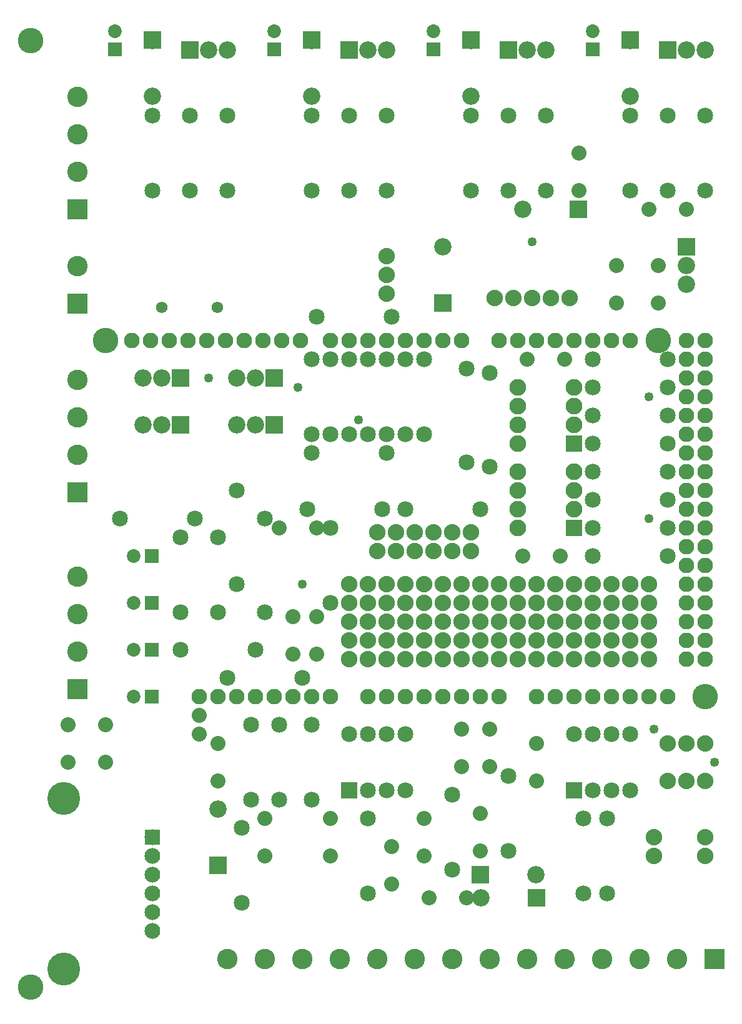
<source format=gts>
G04 MADE WITH FRITZING*
G04 WWW.FRITZING.ORG*
G04 DOUBLE SIDED*
G04 HOLES PLATED*
G04 CONTOUR ON CENTER OF CONTOUR VECTOR*
%ASAXBY*%
%FSLAX23Y23*%
%MOIN*%
%OFA0B0*%
%SFA1.0B1.0*%
%ADD10C,0.084000*%
%ADD11C,0.175354*%
%ADD12C,0.080000*%
%ADD13C,0.085000*%
%ADD14C,0.049370*%
%ADD15C,0.092000*%
%ADD16C,0.088000*%
%ADD17C,0.135984*%
%ADD18C,0.082917*%
%ADD19C,0.061496*%
%ADD20C,0.089370*%
%ADD21C,0.072992*%
%ADD22C,0.109055*%
%ADD23R,0.084000X0.084000*%
%ADD24R,0.092000X0.092000*%
%ADD25R,0.085000X0.085000*%
%ADD26R,0.089370X0.089370*%
%ADD27R,0.072992X0.072992*%
%ADD28R,0.109055X0.109055*%
%LNMASK1*%
G90*
G70*
G54D10*
X843Y991D03*
X843Y891D03*
X843Y791D03*
X843Y691D03*
X843Y591D03*
X843Y491D03*
G54D11*
X371Y1196D03*
X371Y287D03*
G54D12*
X2118Y941D03*
X2118Y741D03*
X2518Y666D03*
X2318Y666D03*
G54D13*
X1718Y3766D03*
X2118Y3766D03*
G54D14*
X1943Y3216D03*
X1143Y3441D03*
X1618Y3391D03*
X1643Y2341D03*
G54D15*
X2893Y666D03*
X2595Y666D03*
X2593Y791D03*
X2891Y791D03*
G54D13*
X1893Y1241D03*
X1893Y1541D03*
X1993Y1241D03*
X1993Y1541D03*
X2093Y1241D03*
X2093Y1541D03*
X2193Y1241D03*
X2193Y1541D03*
G54D16*
X2693Y2341D03*
X3093Y2341D03*
X2193Y2341D03*
X3393Y2341D03*
X2793Y2341D03*
X3193Y2341D03*
X2993Y2341D03*
X2493Y2341D03*
X1993Y2341D03*
X2293Y2341D03*
X3493Y2341D03*
X2593Y2341D03*
X3293Y2341D03*
X2393Y2341D03*
X2893Y2341D03*
X2093Y2341D03*
X2693Y2241D03*
X3093Y2241D03*
X2193Y2241D03*
X3393Y2241D03*
X2793Y2241D03*
X3193Y2241D03*
X2993Y2241D03*
X2493Y2241D03*
X1993Y2241D03*
X2293Y2241D03*
X3493Y2241D03*
X2593Y2241D03*
X3293Y2241D03*
X2393Y2241D03*
X2893Y2241D03*
X2093Y2241D03*
X2693Y2141D03*
X3093Y2141D03*
X2193Y2141D03*
X3393Y2141D03*
X2793Y2141D03*
X3193Y2141D03*
X2993Y2141D03*
X2493Y2141D03*
X1993Y2141D03*
X2293Y2141D03*
X3493Y2141D03*
X2593Y2141D03*
X3293Y2141D03*
X2393Y2141D03*
X2893Y2141D03*
X2093Y2141D03*
X1993Y2041D03*
X3193Y2041D03*
X2493Y2041D03*
X2793Y2041D03*
X3393Y2041D03*
X3293Y2041D03*
X2393Y2041D03*
X2193Y2041D03*
X2993Y2041D03*
X2693Y2041D03*
X2293Y2041D03*
X2093Y2041D03*
X3093Y2041D03*
X2893Y2041D03*
X2593Y2041D03*
X3493Y2041D03*
X1993Y1941D03*
X2093Y1941D03*
X2193Y1941D03*
X2293Y1941D03*
X2393Y1941D03*
X2493Y1941D03*
X2593Y1941D03*
X2693Y1941D03*
X2793Y1941D03*
X2893Y1941D03*
X2993Y1941D03*
X3093Y1941D03*
X3193Y1941D03*
X3293Y1941D03*
X3393Y1941D03*
X3493Y1941D03*
X1893Y1941D03*
X1893Y2041D03*
X1893Y2141D03*
X1893Y2241D03*
X1893Y2341D03*
X2543Y2616D03*
X2443Y2616D03*
X2343Y2616D03*
X2243Y2616D03*
X2143Y2616D03*
X2043Y2616D03*
X2543Y2616D03*
X2443Y2616D03*
X2343Y2616D03*
X2243Y2616D03*
X2143Y2616D03*
X2043Y2616D03*
X2043Y2516D03*
X2143Y2516D03*
X2243Y2516D03*
X2343Y2516D03*
X2443Y2516D03*
X2543Y2516D03*
G54D14*
X3493Y3341D03*
X3843Y1391D03*
X3518Y1566D03*
X3493Y2691D03*
X2868Y4166D03*
G54D17*
X3792Y1741D03*
X3542Y3641D03*
X592Y3641D03*
G54D15*
X992Y3441D03*
X892Y3441D03*
X792Y3441D03*
X1492Y3441D03*
X1392Y3441D03*
X1292Y3441D03*
X1492Y3191D03*
X1392Y3191D03*
X1292Y3191D03*
X992Y3191D03*
X892Y3191D03*
X792Y3191D03*
G54D12*
X1092Y1641D03*
X1092Y1541D03*
G54D13*
X1318Y641D03*
X1318Y1041D03*
G54D18*
X2992Y1741D03*
X1392Y1741D03*
X3092Y1741D03*
X3192Y1741D03*
X3292Y1741D03*
X3392Y1741D03*
X3692Y3141D03*
X3492Y1741D03*
X3592Y1741D03*
X1432Y3641D03*
X1992Y1741D03*
X2092Y1741D03*
X2192Y1741D03*
X2292Y1741D03*
X3692Y2341D03*
X2392Y1741D03*
X2492Y1741D03*
X2592Y1741D03*
X2692Y1741D03*
X2192Y3641D03*
X3692Y3541D03*
X3692Y2741D03*
X3692Y1941D03*
X1032Y3641D03*
X1792Y1741D03*
X1792Y3641D03*
X3692Y3341D03*
X3692Y2941D03*
X3692Y2541D03*
X3392Y3641D03*
X3692Y2141D03*
X3292Y3641D03*
X3192Y3641D03*
X3092Y3641D03*
X2992Y3641D03*
X2892Y3641D03*
X2792Y3641D03*
X2692Y3641D03*
X832Y3641D03*
X1232Y3641D03*
X1632Y3641D03*
X1192Y1741D03*
X1592Y1741D03*
X2392Y3641D03*
X1992Y3641D03*
X3692Y3641D03*
X3692Y3441D03*
X3692Y3241D03*
X3692Y3041D03*
X3692Y2841D03*
X3692Y2641D03*
X3692Y2441D03*
X3692Y2241D03*
X3692Y2041D03*
X732Y3641D03*
X932Y3641D03*
X1132Y3641D03*
X1332Y3641D03*
X1532Y3641D03*
X1092Y1741D03*
X1292Y1741D03*
X1492Y1741D03*
X1692Y1741D03*
X2492Y3641D03*
X2292Y3641D03*
X2092Y3641D03*
X1892Y3641D03*
X3792Y3641D03*
X3792Y3541D03*
X3792Y3441D03*
X3792Y3341D03*
X3792Y3241D03*
X3792Y3141D03*
X3792Y3041D03*
X3792Y2941D03*
X3792Y2841D03*
X3792Y2741D03*
X3792Y2641D03*
X3792Y2541D03*
X3792Y2441D03*
X3792Y2341D03*
X3792Y2241D03*
X3792Y2141D03*
X3792Y2041D03*
X3792Y1941D03*
X2892Y1741D03*
G54D15*
X2393Y3841D03*
X2393Y4139D03*
G54D13*
X1243Y1841D03*
X1643Y1841D03*
G54D17*
X192Y191D03*
X192Y5241D03*
G54D13*
X3092Y1241D03*
X3092Y1541D03*
X3192Y1241D03*
X3192Y1541D03*
X3292Y1241D03*
X3292Y1541D03*
X3392Y1241D03*
X3392Y1541D03*
G54D16*
X3592Y1291D03*
X3692Y1291D03*
X3792Y1291D03*
X3792Y1491D03*
X3692Y1491D03*
X3592Y1491D03*
X2093Y3891D03*
X2093Y3991D03*
X2093Y4091D03*
G54D13*
X3143Y1091D03*
X3143Y691D03*
X3268Y1091D03*
X3268Y691D03*
G54D16*
X3518Y991D03*
X3518Y891D03*
X3793Y991D03*
X3793Y891D03*
G54D13*
X3592Y2491D03*
X3192Y2491D03*
X2292Y3541D03*
X2292Y3141D03*
X1792Y3541D03*
X1792Y3141D03*
X3592Y3091D03*
X3192Y3091D03*
X3592Y2941D03*
X3192Y2941D03*
X2092Y3541D03*
X2092Y3141D03*
X2092Y3041D03*
X1692Y3041D03*
X3592Y3541D03*
X3192Y3541D03*
G54D15*
X3692Y4141D03*
X3692Y4041D03*
X3692Y3941D03*
G54D12*
X3693Y4341D03*
X3493Y4341D03*
X3543Y4041D03*
X3543Y3841D03*
X3118Y4641D03*
X3118Y4441D03*
X3318Y4041D03*
X3318Y3841D03*
G54D15*
X3116Y4341D03*
X2818Y4341D03*
G54D16*
X2668Y3866D03*
X2768Y3866D03*
X2868Y3866D03*
X2968Y3866D03*
X3068Y3866D03*
G54D19*
X893Y3816D03*
X1189Y3816D03*
X893Y3816D03*
X1189Y3816D03*
G54D20*
X3093Y2641D03*
X2793Y2641D03*
X3093Y2741D03*
X2793Y2741D03*
X3093Y2841D03*
X2793Y2841D03*
X3093Y2941D03*
X2793Y2941D03*
X3092Y3091D03*
X2792Y3091D03*
X3092Y3191D03*
X2792Y3191D03*
X3092Y3291D03*
X2792Y3291D03*
X3092Y3391D03*
X2792Y3391D03*
G54D13*
X3592Y2641D03*
X3192Y2641D03*
X2192Y3541D03*
X2192Y3141D03*
X1892Y3541D03*
X1892Y3141D03*
X3592Y3241D03*
X3192Y3241D03*
X3592Y2791D03*
X3192Y2791D03*
X1993Y3541D03*
X1993Y3141D03*
X1692Y3541D03*
X1692Y3141D03*
X3592Y3391D03*
X3192Y3391D03*
G54D12*
X3018Y2491D03*
X2818Y2491D03*
X3042Y3541D03*
X2842Y3541D03*
G54D13*
X1443Y2191D03*
X1443Y2691D03*
X2518Y2991D03*
X2518Y3491D03*
X1293Y2841D03*
X1293Y2341D03*
X2643Y3466D03*
X2643Y2966D03*
X1193Y2191D03*
X1193Y2591D03*
X668Y2691D03*
X1068Y2691D03*
X993Y1991D03*
X1393Y1991D03*
X993Y2191D03*
X993Y2591D03*
G54D21*
X841Y1991D03*
X742Y1991D03*
X841Y2491D03*
X742Y2491D03*
X841Y1741D03*
X742Y1741D03*
X841Y2241D03*
X742Y2241D03*
G54D13*
X2068Y2741D03*
X1668Y2741D03*
X1693Y1591D03*
X1693Y1191D03*
X1518Y1591D03*
X1518Y1191D03*
G54D12*
X2493Y1366D03*
X2493Y1566D03*
X1792Y1091D03*
X1792Y891D03*
X1192Y1291D03*
X1192Y1491D03*
X1442Y1091D03*
X1442Y891D03*
G54D13*
X1992Y691D03*
X1992Y1091D03*
X1368Y1191D03*
X1368Y1591D03*
G54D15*
X1193Y841D03*
X1193Y1139D03*
G54D22*
X443Y2830D03*
X443Y3030D03*
X443Y3230D03*
X443Y3430D03*
X3843Y341D03*
X3643Y341D03*
X3443Y341D03*
X3243Y341D03*
X3043Y341D03*
X2843Y341D03*
X2643Y341D03*
X2443Y341D03*
X2243Y341D03*
X2043Y341D03*
X1843Y341D03*
X1643Y341D03*
X1443Y341D03*
X1243Y341D03*
G54D12*
X2892Y1291D03*
X2892Y1491D03*
X1593Y1966D03*
X1593Y2166D03*
X2643Y1366D03*
X2643Y1566D03*
X392Y1591D03*
X392Y1391D03*
X593Y1591D03*
X593Y1391D03*
X2593Y1116D03*
X2593Y916D03*
X2292Y1091D03*
X2292Y891D03*
G54D13*
X2743Y916D03*
X2743Y1316D03*
X2443Y816D03*
X2443Y1216D03*
X2593Y2741D03*
X2193Y2741D03*
G54D12*
X1518Y2641D03*
X1718Y2641D03*
X1718Y1966D03*
X1718Y2166D03*
G54D13*
X1793Y2641D03*
X1793Y2241D03*
X842Y4441D03*
X842Y4841D03*
X2542Y4441D03*
X2542Y4841D03*
X1692Y4441D03*
X1692Y4841D03*
X3392Y4441D03*
X3392Y4841D03*
G54D21*
X642Y5193D03*
X642Y5291D03*
X2342Y5193D03*
X2342Y5291D03*
X1492Y5193D03*
X1492Y5291D03*
X3192Y5193D03*
X3192Y5291D03*
G54D15*
X842Y5241D03*
X842Y4943D03*
X2542Y5241D03*
X2542Y4943D03*
X1692Y5241D03*
X1692Y4943D03*
X3392Y5241D03*
X3392Y4943D03*
X1042Y5191D03*
X1142Y5191D03*
X1242Y5191D03*
X2742Y5191D03*
X2842Y5191D03*
X2942Y5191D03*
X1892Y5191D03*
X1992Y5191D03*
X2092Y5191D03*
X3592Y5191D03*
X3692Y5191D03*
X3792Y5191D03*
G54D13*
X1042Y4441D03*
X1042Y4841D03*
X2742Y4441D03*
X2742Y4841D03*
X1892Y4441D03*
X1892Y4841D03*
X3592Y4441D03*
X3592Y4841D03*
X1242Y4441D03*
X1242Y4841D03*
X2942Y4441D03*
X2942Y4841D03*
X2092Y4441D03*
X2092Y4841D03*
X3792Y4441D03*
X3792Y4841D03*
G54D22*
X442Y3837D03*
X442Y4037D03*
X442Y1780D03*
X442Y1980D03*
X442Y2180D03*
X442Y2380D03*
X442Y4340D03*
X442Y4540D03*
X442Y4740D03*
X442Y4940D03*
G54D23*
X843Y991D03*
G54D24*
X2894Y666D03*
X2592Y791D03*
G54D25*
X1893Y1241D03*
G54D24*
X992Y3441D03*
X1492Y3441D03*
X1492Y3191D03*
X992Y3191D03*
X2393Y3840D03*
G54D25*
X3092Y1241D03*
G54D24*
X3692Y4141D03*
X3117Y4341D03*
G54D26*
X3093Y2641D03*
X3092Y3091D03*
G54D27*
X841Y1991D03*
X841Y2491D03*
X841Y1741D03*
X841Y2241D03*
G54D24*
X1193Y840D03*
G54D28*
X443Y2830D03*
X3843Y341D03*
G54D27*
X642Y5193D03*
X2342Y5193D03*
X1492Y5193D03*
X3192Y5193D03*
G54D24*
X842Y5242D03*
X2542Y5242D03*
X1692Y5242D03*
X3392Y5242D03*
X1042Y5191D03*
X2742Y5191D03*
X1892Y5191D03*
X3592Y5191D03*
G54D28*
X442Y3837D03*
X442Y1780D03*
X442Y4340D03*
G04 End of Mask1*
M02*
</source>
